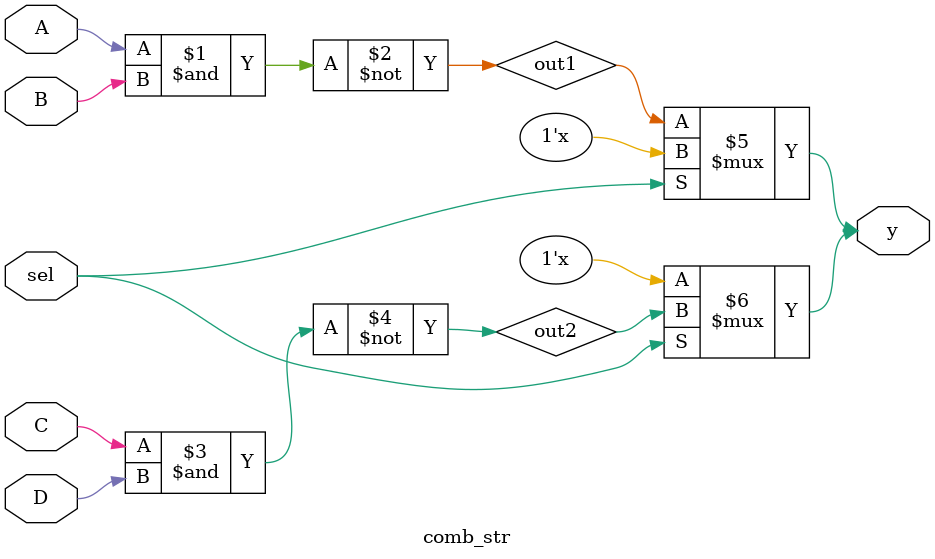
<source format=v>
module comb_str(y, sel, A, B, C, D);
output y;
input sel, A, B, C, D;
wire out1, out2;

nand #(3) n1 (out1, A, B);
nand #(4) n2 (out2, C, D);
bufif0 b1 (y, out1, sel);
bufif1 b2 (y, out2, sel);

endmodule

</source>
